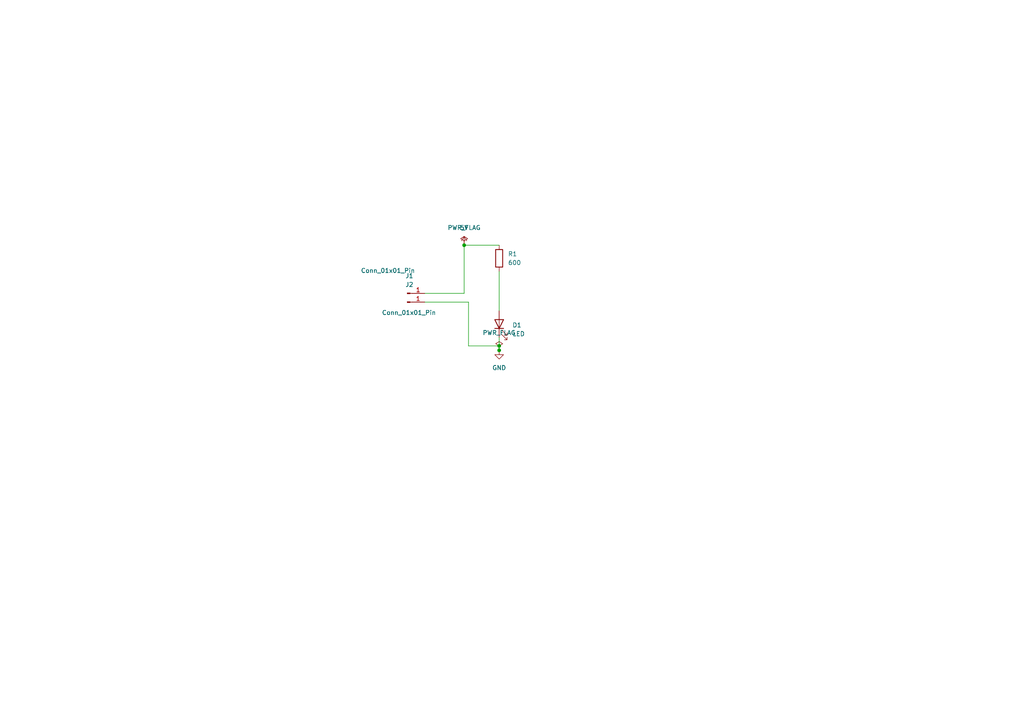
<source format=kicad_sch>
(kicad_sch (version 20231120) (generator "eeschema") (generator_version "8.0")
  (paper "A4")
  (lib_symbols
    (symbol "Connector:Conn_01x01_Pin" (pin_names (offset 1.016) hide)
      (property "Reference" "J" (at 0 2.54 0))
      (property "Value" "Conn_01x01_Pin" (at 0 -2.54 0))
      (symbol "Conn_01x01_Pin_1_1"
        (polyline (pts (xy 1.27 0) (xy 0.8636 0)) (stroke (width 0.1524)))
        (rectangle (start 0.8636 0.127) (end 0 -0.127) (stroke (width 0.1524)) (fill (type outline)))
        (pin passive line (at 5.08 0 180) (length 3.81) (name "Pin_1") (number "1"))
      )
    )
    (symbol "Device:LED" (pin_numbers hide) (pin_names (offset 1.016) hide)
      (property "Reference" "D" (at 0 2.54 0))
      (property "Value" "LED" (at 0 -2.54 0))
      (symbol "LED_0_1"
        (polyline (pts (xy -1.27 -1.27) (xy -1.27 1.27)) (stroke (width 0.254)))
        (polyline (pts (xy -1.27 0) (xy 1.27 0)))
        (polyline (pts (xy 1.27 -1.27) (xy 1.27 1.27) (xy -1.27 0) (xy 1.27 -1.27)) (stroke (width 0.254)))
        (polyline (pts (xy -3.048 -0.762) (xy -4.572 -2.286) (xy -3.81 -2.286) (xy -4.572 -2.286) (xy -4.572 -1.524)))
        (polyline (pts (xy -1.778 -0.762) (xy -3.302 -2.286) (xy -2.54 -2.286) (xy -3.302 -2.286) (xy -3.302 -1.524)))
      )
      (symbol "LED_1_1"
        (pin passive line (at -3.81 0 0) (length 2.54) (name "K") (number "1"))
        (pin passive line (at 3.81 0 180) (length 2.54) (name "A") (number "2"))
      )
    )
    (symbol "Device:R" (pin_numbers hide) (pin_names (offset 0))
      (property "Reference" "R" (at 2.032 0 90))
      (property "Value" "R" (at 0 0 90))
      (symbol "R_0_1"
        (rectangle (start -1.016 -2.54) (end 1.016 2.54) (stroke (width 0.254)))
      )
      (symbol "R_1_1"
        (pin passive line (at 0 3.81 270) (length 1.27) (name "~") (number "1"))
        (pin passive line (at 0 -3.81 90) (length 1.27) (name "~") (number "2"))
      )
    )
    (symbol "power:GND" (power) (pin_numbers hide) (pin_names (offset 0) hide)
      (property "Value" "GND" (at 0 -3.81 0))
      (symbol "GND_0_1"
        (polyline (pts (xy 0 0) (xy 0 -1.27) (xy 1.27 -1.27) (xy 0 -2.54) (xy -1.27 -1.27) (xy 0 -1.27)))
      )
      (symbol "GND_1_1"
        (pin power_in line (at 0 0 270) (length 0) (name "~") (number "1"))
      )
    )
    (symbol "power:PWR_FLAG" (power) (pin_numbers hide) (pin_names (offset 0) hide)
      (property "Value" "PWR_FLAG" (at 0 3.81 0))
      (symbol "PWR_FLAG_0_0"
        (pin power_out line (at 0 0 90) (length 0) (name "~") (number "1"))
      )
      (symbol "PWR_FLAG_0_1"
        (polyline (pts (xy 0 0) (xy 0 1.27) (xy -1.016 1.905) (xy 0 2.54) (xy 1.016 1.905) (xy 0 1.27)))
      )
    )
    (symbol "power:VCC" (power) (pin_numbers hide) (pin_names (offset 0) hide)
      (property "Value" "VCC" (at 0 3.556 0))
      (symbol "VCC_0_1"
        (polyline (pts (xy -0.762 1.27) (xy 0 2.54)))
        (polyline (pts (xy 0 0) (xy 0 2.54)))
        (polyline (pts (xy 0 2.54) (xy 0.762 1.27)))
      )
      (symbol "VCC_1_1"
        (pin power_in line (at 0 0 90) (length 0) (name "~") (number "1"))
      )
    )
  )
  (junction (at 144.78 101.6))
  (junction (at 134.62 71.12))
  (junction (at 144.78 100.33))
  (wire (pts (xy 134.62 71.12) (xy 144.78 71.12)))
  (wire (pts (xy 123.19 87.63) (xy 135.89 87.63)))
  (wire (pts (xy 134.62 85.09) (xy 134.62 71.12)))
  (wire (pts (xy 135.89 100.33) (xy 144.78 100.33)))
  (wire (pts (xy 144.78 100.33) (xy 144.78 101.6)))
  (wire (pts (xy 135.89 87.63) (xy 135.89 100.33)))
  (wire (pts (xy 144.78 78.74) (xy 144.78 90.17)))
  (wire (pts (xy 123.19 85.09) (xy 134.62 85.09)))
  (wire (pts (xy 144.78 97.79) (xy 144.78 100.33)))
  (symbol (lib_id "Device:R") (at 144.78 74.93 0) (unit 1)
    (property "Reference" "R1" (at 147.32 73.6599 0) (effects (justify left)))
    (property "Value" "600" (at 147.32 76.1999 0) (effects (justify left)))
    (property "Footprint" "Resistor_THT:R_Axial_DIN0204_L3.6mm_D1.6mm_P7.62mm_Horizontal" (effects (hide yes)))
    (property "Description" "Resistor" (effects (hide yes)))
  )
  (symbol (lib_id "power:GND") (at 144.78 101.6 0) (unit 1)
    (property "Reference" "#PWR02" (effects (hide yes)))
    (property "Value" "GND" (at 144.78 106.68 0))
    (property "Description" "Power symbol creates a global label with name \"GND\" , ground" (effects (hide yes)))
  )
  (symbol (lib_id "power:VCC") (at 134.62 71.12 0) (unit 1)
    (property "Reference" "#PWR01" (effects (hide yes)))
    (property "Value" "5V" (at 134.62 66.04 0))
    (property "Description" "Power symbol creates a global label with name \"VCC\"" (effects (hide yes)))
  )
  (symbol (lib_id "Connector:Conn_01x01_Pin") (at 118.11 85.09 0) (unit 1)
    (property "Reference" "J1" (at 118.745 80.01 0))
    (property "Value" "Conn_01x01_Pin" (at 112.522 78.486 0))
    (property "Footprint" "Connector_Pin:Pin_D1.0mm_L10.0mm" (effects (hide yes)))
    (property "Description" "Generic connector, single row, 01x01, script generated" (effects (hide yes)))
  )
  (symbol (lib_id "power:PWR_FLAG") (at 134.62 71.12 0) (unit 1)
    (property "Reference" "#FLG01" (effects (hide yes)))
    (property "Value" "PWR_FLAG" (at 134.62 66.04 0))
    (property "Description" "Special symbol for telling ERC where power comes from" (effects (hide yes)))
  )
  (symbol (lib_id "power:PWR_FLAG") (at 144.78 101.6 0) (unit 1)
    (property "Reference" "#FLG02" (effects (hide yes)))
    (property "Value" "PWR_FLAG" (at 144.78 96.52 0))
    (property "Description" "Special symbol for telling ERC where power comes from" (effects (hide yes)))
  )
  (symbol (lib_id "Connector:Conn_01x01_Pin") (at 118.11 87.63 0) (unit 1)
    (property "Reference" "J2" (at 118.745 82.55 0))
    (property "Value" "Conn_01x01_Pin" (at 118.618 90.678 0))
    (property "Footprint" "Connector_Pin:Pin_D1.0mm_L10.0mm" (effects (hide yes)))
    (property "Description" "Generic connector, single row, 01x01, script generated" (effects (hide yes)))
  )
  (symbol (lib_id "Device:LED") (at 144.78 93.98 90) (unit 1)
    (property "Reference" "D1" (at 148.59 94.2974 90) (effects (justify right)))
    (property "Value" "LED" (at 148.59 96.8374 90) (effects (justify right)))
    (property "Footprint" "LED_THT:LED_D1.8mm_W1.8mm_H2.4mm_Horizontal_O6.35mm_Z4.9mm" (effects (hide yes)))
    (property "Description" "Light emitting diode" (effects (hide yes)))
  )
)
</source>
